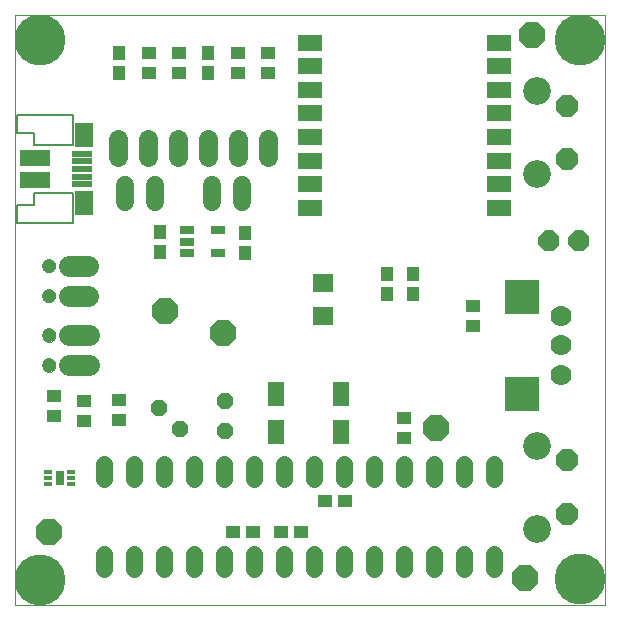
<source format=gbs>
G75*
%MOIN*%
%OFA0B0*%
%FSLAX24Y24*%
%IPPOS*%
%LPD*%
%AMOC8*
5,1,8,0,0,1.08239X$1,22.5*
%
%ADD10C,0.0000*%
%ADD11R,0.0670X0.0591*%
%ADD12R,0.0434X0.0473*%
%ADD13R,0.0473X0.0434*%
%ADD14R,0.0512X0.0257*%
%ADD15C,0.0560*%
%ADD16R,0.0552X0.0788*%
%ADD17R,0.0713X0.0197*%
%ADD18R,0.0615X0.0827*%
%ADD19R,0.1024X0.0581*%
%ADD20C,0.0050*%
%ADD21C,0.0600*%
%ADD22OC8,0.0700*%
%ADD23OC8,0.0890*%
%ADD24OC8,0.0740*%
%ADD25C,0.0925*%
%ADD26C,0.0700*%
%ADD27R,0.1142X0.1142*%
%ADD28C,0.0640*%
%ADD29C,0.0690*%
%ADD30C,0.0473*%
%ADD31OC8,0.0560*%
%ADD32R,0.0316X0.0150*%
%ADD33R,0.0316X0.0473*%
%ADD34R,0.0827X0.0552*%
%ADD35C,0.1700*%
D10*
X000350Y000350D02*
X000350Y020035D01*
X020035Y020035D01*
X020035Y000350D01*
X000350Y000350D01*
X001267Y008344D02*
X001269Y008373D01*
X001275Y008401D01*
X001284Y008429D01*
X001297Y008455D01*
X001314Y008478D01*
X001333Y008500D01*
X001355Y008519D01*
X001380Y008534D01*
X001406Y008547D01*
X001434Y008555D01*
X001462Y008560D01*
X001491Y008561D01*
X001520Y008558D01*
X001548Y008551D01*
X001575Y008541D01*
X001601Y008527D01*
X001624Y008510D01*
X001645Y008490D01*
X001663Y008467D01*
X001678Y008442D01*
X001689Y008415D01*
X001697Y008387D01*
X001701Y008358D01*
X001701Y008330D01*
X001697Y008301D01*
X001689Y008273D01*
X001678Y008246D01*
X001663Y008221D01*
X001645Y008198D01*
X001624Y008178D01*
X001601Y008161D01*
X001575Y008147D01*
X001548Y008137D01*
X001520Y008130D01*
X001491Y008127D01*
X001462Y008128D01*
X001434Y008133D01*
X001406Y008141D01*
X001380Y008154D01*
X001355Y008169D01*
X001333Y008188D01*
X001314Y008210D01*
X001297Y008233D01*
X001284Y008259D01*
X001275Y008287D01*
X001269Y008315D01*
X001267Y008344D01*
X001267Y009344D02*
X001269Y009373D01*
X001275Y009401D01*
X001284Y009429D01*
X001297Y009455D01*
X001314Y009478D01*
X001333Y009500D01*
X001355Y009519D01*
X001380Y009534D01*
X001406Y009547D01*
X001434Y009555D01*
X001462Y009560D01*
X001491Y009561D01*
X001520Y009558D01*
X001548Y009551D01*
X001575Y009541D01*
X001601Y009527D01*
X001624Y009510D01*
X001645Y009490D01*
X001663Y009467D01*
X001678Y009442D01*
X001689Y009415D01*
X001697Y009387D01*
X001701Y009358D01*
X001701Y009330D01*
X001697Y009301D01*
X001689Y009273D01*
X001678Y009246D01*
X001663Y009221D01*
X001645Y009198D01*
X001624Y009178D01*
X001601Y009161D01*
X001575Y009147D01*
X001548Y009137D01*
X001520Y009130D01*
X001491Y009127D01*
X001462Y009128D01*
X001434Y009133D01*
X001406Y009141D01*
X001380Y009154D01*
X001355Y009169D01*
X001333Y009188D01*
X001314Y009210D01*
X001297Y009233D01*
X001284Y009259D01*
X001275Y009287D01*
X001269Y009315D01*
X001267Y009344D01*
X001259Y010670D02*
X001261Y010699D01*
X001267Y010727D01*
X001276Y010755D01*
X001289Y010781D01*
X001306Y010804D01*
X001325Y010826D01*
X001347Y010845D01*
X001372Y010860D01*
X001398Y010873D01*
X001426Y010881D01*
X001454Y010886D01*
X001483Y010887D01*
X001512Y010884D01*
X001540Y010877D01*
X001567Y010867D01*
X001593Y010853D01*
X001616Y010836D01*
X001637Y010816D01*
X001655Y010793D01*
X001670Y010768D01*
X001681Y010741D01*
X001689Y010713D01*
X001693Y010684D01*
X001693Y010656D01*
X001689Y010627D01*
X001681Y010599D01*
X001670Y010572D01*
X001655Y010547D01*
X001637Y010524D01*
X001616Y010504D01*
X001593Y010487D01*
X001567Y010473D01*
X001540Y010463D01*
X001512Y010456D01*
X001483Y010453D01*
X001454Y010454D01*
X001426Y010459D01*
X001398Y010467D01*
X001372Y010480D01*
X001347Y010495D01*
X001325Y010514D01*
X001306Y010536D01*
X001289Y010559D01*
X001276Y010585D01*
X001267Y010613D01*
X001261Y010641D01*
X001259Y010670D01*
X001259Y011670D02*
X001261Y011699D01*
X001267Y011727D01*
X001276Y011755D01*
X001289Y011781D01*
X001306Y011804D01*
X001325Y011826D01*
X001347Y011845D01*
X001372Y011860D01*
X001398Y011873D01*
X001426Y011881D01*
X001454Y011886D01*
X001483Y011887D01*
X001512Y011884D01*
X001540Y011877D01*
X001567Y011867D01*
X001593Y011853D01*
X001616Y011836D01*
X001637Y011816D01*
X001655Y011793D01*
X001670Y011768D01*
X001681Y011741D01*
X001689Y011713D01*
X001693Y011684D01*
X001693Y011656D01*
X001689Y011627D01*
X001681Y011599D01*
X001670Y011572D01*
X001655Y011547D01*
X001637Y011524D01*
X001616Y011504D01*
X001593Y011487D01*
X001567Y011473D01*
X001540Y011463D01*
X001512Y011456D01*
X001483Y011453D01*
X001454Y011454D01*
X001426Y011459D01*
X001398Y011467D01*
X001372Y011480D01*
X001347Y011495D01*
X001325Y011514D01*
X001306Y011536D01*
X001289Y011559D01*
X001276Y011585D01*
X001267Y011613D01*
X001261Y011641D01*
X001259Y011670D01*
D11*
X010635Y011106D03*
X010635Y010003D03*
D12*
X012755Y010712D03*
X012755Y011381D03*
X013618Y011377D03*
X013618Y010708D03*
X008032Y012093D03*
X008032Y012762D03*
X005179Y012786D03*
X005179Y012117D03*
X003814Y018089D03*
X003814Y018758D03*
X006789Y018758D03*
X006789Y018089D03*
D13*
X007787Y018089D03*
X008807Y018089D03*
X008807Y018758D03*
X007787Y018758D03*
X005812Y018758D03*
X004812Y018758D03*
X004812Y018089D03*
X005812Y018089D03*
X015613Y010319D03*
X015613Y009650D03*
X013327Y006585D03*
X013327Y005916D03*
X011372Y003824D03*
X010703Y003824D03*
X009905Y002795D03*
X009236Y002795D03*
X008277Y002805D03*
X007608Y002805D03*
X003812Y006508D03*
X002669Y006501D03*
X001656Y006643D03*
X001656Y007312D03*
X002669Y007170D03*
X003812Y007177D03*
D14*
X006095Y012096D03*
X006095Y012470D03*
X006095Y012844D03*
X007119Y012844D03*
X007119Y012096D03*
D15*
X007317Y005065D02*
X007317Y004545D01*
X006317Y004545D02*
X006317Y005065D01*
X005317Y005065D02*
X005317Y004545D01*
X004317Y004545D02*
X004317Y005065D01*
X003317Y005065D02*
X003317Y004545D01*
X003317Y002065D02*
X003317Y001545D01*
X004317Y001545D02*
X004317Y002065D01*
X005317Y002065D02*
X005317Y001545D01*
X006317Y001545D02*
X006317Y002065D01*
X007317Y002065D02*
X007317Y001545D01*
X008317Y001545D02*
X008317Y002065D01*
X009317Y002065D02*
X009317Y001545D01*
X010317Y001545D02*
X010317Y002065D01*
X011317Y002065D02*
X011317Y001545D01*
X012317Y001545D02*
X012317Y002065D01*
X013317Y002065D02*
X013317Y001545D01*
X014317Y001545D02*
X014317Y002065D01*
X015317Y002065D02*
X015317Y001545D01*
X016317Y001545D02*
X016317Y002065D01*
X016317Y004545D02*
X016317Y005065D01*
X015317Y005065D02*
X015317Y004545D01*
X014317Y004545D02*
X014317Y005065D01*
X013317Y005065D02*
X013317Y004545D01*
X012317Y004545D02*
X012317Y005065D01*
X011317Y005065D02*
X011317Y004545D01*
X010317Y004545D02*
X010317Y005065D01*
X009317Y005065D02*
X009317Y004545D01*
X008317Y004545D02*
X008317Y005065D01*
D16*
X009049Y006125D03*
X011214Y006125D03*
X011214Y007385D03*
X009049Y007385D03*
D17*
X002598Y014382D03*
X002598Y014638D03*
X002598Y014894D03*
X002598Y015150D03*
X002598Y015406D03*
D18*
X002649Y016036D03*
X002649Y013752D03*
D19*
X001011Y014525D03*
X001011Y015263D03*
D20*
X000980Y015675D02*
X002287Y015675D01*
X002287Y016688D01*
X001267Y016688D01*
X001271Y016688D01*
X000440Y016688D01*
X000437Y016104D01*
X000980Y016104D01*
X000980Y015675D01*
X000980Y014107D02*
X002287Y014107D01*
X002287Y013093D01*
X001267Y013093D01*
X001267Y013092D01*
X000437Y013092D01*
X000437Y013677D01*
X000980Y013677D01*
X000980Y014107D01*
D21*
X004021Y014350D02*
X004021Y013790D01*
X005021Y013790D02*
X005021Y014350D01*
X006916Y014343D02*
X006916Y013783D01*
X007916Y013783D02*
X007916Y014343D01*
D22*
X018157Y012502D03*
X019157Y012502D03*
D23*
X014380Y006269D03*
X007280Y009422D03*
X005350Y010143D03*
X001486Y002777D03*
X017371Y001258D03*
X017600Y019350D03*
D24*
X018753Y016988D03*
X018753Y015208D03*
X018753Y005177D03*
X018753Y003397D03*
D25*
X017773Y002907D03*
X017773Y005667D03*
X017773Y014718D03*
X017773Y017478D03*
D26*
X018568Y009996D03*
X018568Y009011D03*
X018568Y008027D03*
D27*
X017268Y007397D03*
X017268Y010626D03*
D28*
X008804Y015289D02*
X008804Y015889D01*
X007804Y015889D02*
X007804Y015289D01*
X006804Y015289D02*
X006804Y015889D01*
X005804Y015889D02*
X005804Y015289D01*
X004804Y015289D02*
X004804Y015889D01*
X003804Y015889D02*
X003804Y015289D01*
D29*
X002801Y011670D02*
X002151Y011670D01*
X002151Y010670D02*
X002801Y010670D01*
X002809Y009344D02*
X002160Y009344D01*
X002160Y008344D02*
X002809Y008344D01*
D30*
X001484Y008344D03*
X001484Y009344D03*
X001476Y010670D03*
X001476Y011670D03*
D31*
X007351Y007170D03*
X007351Y006170D03*
X005853Y006230D03*
X005153Y006930D03*
D32*
X002239Y004797D03*
X002239Y004600D03*
X002239Y004403D03*
X001461Y004403D03*
X001461Y004600D03*
X001461Y004797D03*
D33*
X001850Y004600D03*
D34*
X010200Y013594D03*
X010200Y014381D03*
X010200Y015169D03*
X010200Y015956D03*
X010200Y016744D03*
X010200Y017531D03*
X010200Y018319D03*
X010200Y019106D03*
X016500Y019106D03*
X016500Y018319D03*
X016500Y017531D03*
X016500Y016744D03*
X016500Y015956D03*
X016500Y015169D03*
X016500Y014381D03*
X016500Y013594D03*
D35*
X019182Y019177D03*
X001201Y019175D03*
X001200Y001200D03*
X019179Y001212D03*
M02*

</source>
